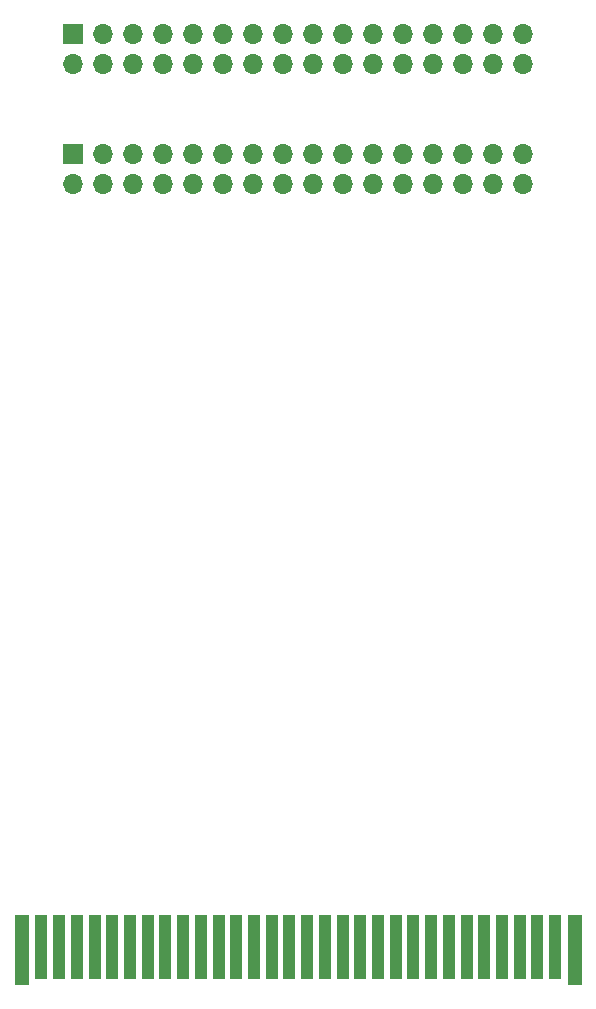
<source format=gts>
%TF.GenerationSoftware,KiCad,Pcbnew,(5.1.10-1-10_14)*%
%TF.CreationDate,2023-04-29T23:30:21+08:00*%
%TF.ProjectId,GB_DevCartExtender_Mainboard,47425f44-6576-4436-9172-74457874656e,1.0*%
%TF.SameCoordinates,Original*%
%TF.FileFunction,Soldermask,Top*%
%TF.FilePolarity,Negative*%
%FSLAX46Y46*%
G04 Gerber Fmt 4.6, Leading zero omitted, Abs format (unit mm)*
G04 Created by KiCad (PCBNEW (5.1.10-1-10_14)) date 2023-04-29 23:30:21*
%MOMM*%
%LPD*%
G01*
G04 APERTURE LIST*
%ADD10O,1.700000X1.700000*%
%ADD11R,1.700000X1.700000*%
%ADD12R,1.300000X6.000000*%
%ADD13R,1.000000X5.500000*%
G04 APERTURE END LIST*
D10*
%TO.C,J5*%
X108650000Y-76500000D03*
X108650000Y-73960000D03*
X106110000Y-76500000D03*
X106110000Y-73960000D03*
X103570000Y-76500000D03*
X103570000Y-73960000D03*
X101030000Y-76500000D03*
X101030000Y-73960000D03*
X98490000Y-76500000D03*
X98490000Y-73960000D03*
X95950000Y-76500000D03*
X95950000Y-73960000D03*
X93410000Y-76500000D03*
X93410000Y-73960000D03*
X90870000Y-76500000D03*
X90870000Y-73960000D03*
X88330000Y-76500000D03*
X88330000Y-73960000D03*
X85790000Y-76500000D03*
X85790000Y-73960000D03*
X83250000Y-76500000D03*
X83250000Y-73960000D03*
X80710000Y-76500000D03*
X80710000Y-73960000D03*
X78170000Y-76500000D03*
X78170000Y-73960000D03*
X75630000Y-76500000D03*
X75630000Y-73960000D03*
X73090000Y-76500000D03*
X73090000Y-73960000D03*
X70550000Y-76500000D03*
D11*
X70550000Y-73960000D03*
%TD*%
D10*
%TO.C,J4*%
X108650000Y-86660000D03*
X108650000Y-84120000D03*
X106110000Y-86660000D03*
X106110000Y-84120000D03*
X103570000Y-86660000D03*
X103570000Y-84120000D03*
X101030000Y-86660000D03*
X101030000Y-84120000D03*
X98490000Y-86660000D03*
X98490000Y-84120000D03*
X95950000Y-86660000D03*
X95950000Y-84120000D03*
X93410000Y-86660000D03*
X93410000Y-84120000D03*
X90870000Y-86660000D03*
X90870000Y-84120000D03*
X88330000Y-86660000D03*
X88330000Y-84120000D03*
X85790000Y-86660000D03*
X85790000Y-84120000D03*
X83250000Y-86660000D03*
X83250000Y-84120000D03*
X80710000Y-86660000D03*
X80710000Y-84120000D03*
X78170000Y-86660000D03*
X78170000Y-84120000D03*
X75630000Y-86660000D03*
X75630000Y-84120000D03*
X73090000Y-86660000D03*
X73090000Y-84120000D03*
X70550000Y-86660000D03*
D11*
X70550000Y-84120000D03*
%TD*%
D12*
%TO.C,J1*%
X113000000Y-151500000D03*
D13*
X111350000Y-151250000D03*
X109850000Y-151250000D03*
X108350000Y-151250000D03*
X106850000Y-151250000D03*
X105350000Y-151250000D03*
X103850000Y-151250000D03*
X102350000Y-151250000D03*
X100850000Y-151250000D03*
X99350000Y-151250000D03*
X97850000Y-151250000D03*
X96350000Y-151250000D03*
X94850000Y-151250000D03*
X93350000Y-151250000D03*
X91850000Y-151250000D03*
X90350000Y-151250000D03*
X88850000Y-151250000D03*
X87350000Y-151250000D03*
X85850000Y-151250000D03*
X84350000Y-151250000D03*
X82850000Y-151250000D03*
X81350000Y-151250000D03*
X79850000Y-151250000D03*
X78350000Y-151250000D03*
X76850000Y-151250000D03*
X75350000Y-151250000D03*
X73850000Y-151250000D03*
X72350000Y-151250000D03*
X70850000Y-151250000D03*
X69350000Y-151250000D03*
X67850000Y-151250000D03*
D12*
X66200000Y-151500000D03*
%TD*%
M02*

</source>
